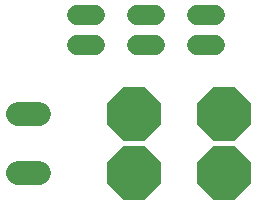
<source format=gbr>
G04 EAGLE Gerber RS-274X export*
G75*
%MOMM*%
%FSLAX34Y34*%
%LPD*%
%INSoldermask Bottom*%
%IPPOS*%
%AMOC8*
5,1,8,0,0,1.08239X$1,22.5*%
G01*
%ADD10C,1.727200*%
%ADD11P,4.893702X8X292.500000*%
%ADD12C,1.993900*%


D10*
X86360Y189230D02*
X71120Y189230D01*
X71120Y214630D02*
X86360Y214630D01*
X172720Y189230D02*
X187960Y189230D01*
X187960Y214630D02*
X172720Y214630D01*
X137160Y189230D02*
X121920Y189230D01*
X121920Y214630D02*
X137160Y214630D01*
D11*
X195580Y130410D03*
X195580Y80410D03*
X119380Y130410D03*
X119380Y80410D03*
D12*
X39434Y130410D02*
X21527Y130410D01*
X21527Y80410D02*
X39434Y80410D01*
M02*

</source>
